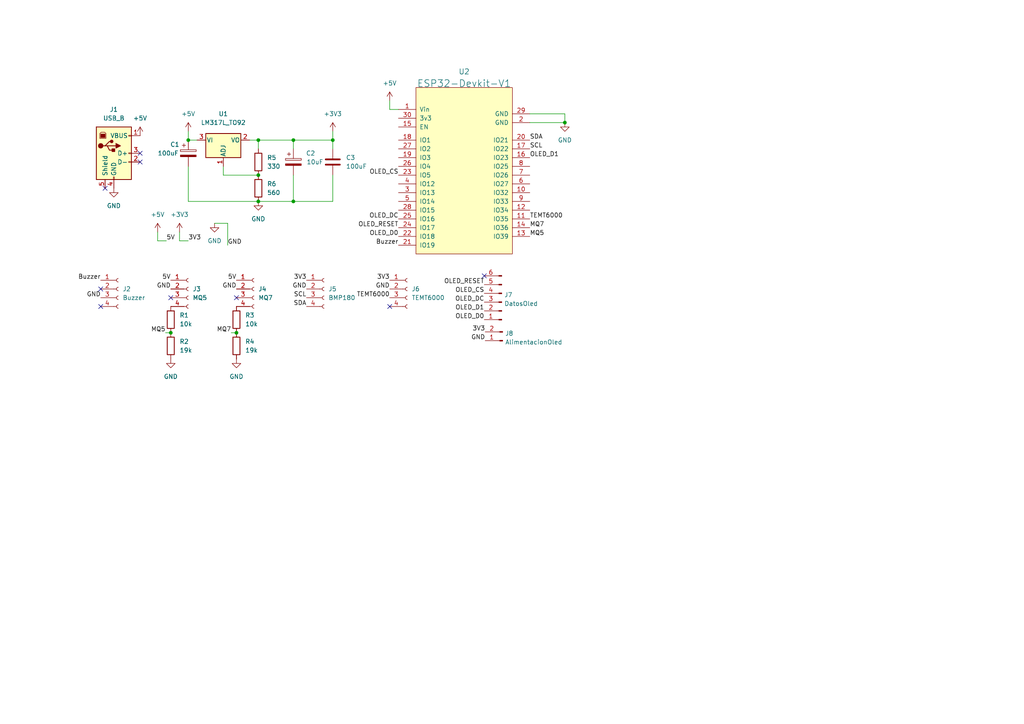
<source format=kicad_sch>
(kicad_sch (version 20211123) (generator eeschema)
  (paper "A4")
  (lib_symbols
    (symbol "Connector:Conn_01x02_Male" (pin_names (offset 1.016) hide)
      (property "Reference" "J" (at 0 2.54 0))
      (property "Value" "Conn_01x02_Male" (at 0 -5.08 0))
      (symbol "Conn_01x02_Male_1_1"
        (polyline (pts (xy 1.27 -2.54) (xy 0.8636 -2.54)) (stroke (width 0.1524)))
        (polyline (pts (xy 1.27 0) (xy 0.8636 0)) (stroke (width 0.1524)))
        (rectangle (start 0.8636 -2.413) (end 0 -2.667) (stroke (width 0.1524)) (fill (type outline)))
        (rectangle (start 0.8636 0.127) (end 0 -0.127) (stroke (width 0.1524)) (fill (type outline)))
        (pin passive line (at 5.08 0 180) (length 3.81) (name "Pin_1") (number "1"))
        (pin passive line (at 5.08 -2.54 180) (length 3.81) (name "Pin_2") (number "2"))
      )
    )
    (symbol "Connector:Conn_01x04_Female" (pin_names (offset 1.016) hide)
      (property "Reference" "J" (at 0 5.08 0))
      (property "Value" "Conn_01x04_Female" (at 0 -7.62 0))
      (symbol "Conn_01x04_Female_1_1"
        (arc (start 0 -4.572) (mid -0.508 -5.08) (end 0 -5.588) (stroke (width 0.1524)))
        (arc (start 0 -2.032) (mid -0.508 -2.54) (end 0 -3.048) (stroke (width 0.1524)))
        (polyline (pts (xy -1.27 -5.08) (xy -0.508 -5.08)) (stroke (width 0.1524)))
        (polyline (pts (xy -1.27 -2.54) (xy -0.508 -2.54)) (stroke (width 0.1524)))
        (polyline (pts (xy -1.27 0) (xy -0.508 0)) (stroke (width 0.1524)))
        (polyline (pts (xy -1.27 2.54) (xy -0.508 2.54)) (stroke (width 0.1524)))
        (arc (start 0 0.508) (mid -0.508 0) (end 0 -0.508) (stroke (width 0.1524)))
        (arc (start 0 3.048) (mid -0.508 2.54) (end 0 2.032) (stroke (width 0.1524)))
        (pin passive line (at -5.08 2.54 0) (length 3.81) (name "Pin_1") (number "1"))
        (pin passive line (at -5.08 0 0) (length 3.81) (name "Pin_2") (number "2"))
        (pin passive line (at -5.08 -2.54 0) (length 3.81) (name "Pin_3") (number "3"))
        (pin passive line (at -5.08 -5.08 0) (length 3.81) (name "Pin_4") (number "4"))
      )
    )
    (symbol "Connector:Conn_01x06_Male" (pin_names (offset 1.016) hide)
      (property "Reference" "J" (at 0 7.62 0))
      (property "Value" "Conn_01x06_Male" (at 0 -10.16 0))
      (symbol "Conn_01x06_Male_1_1"
        (polyline (pts (xy 1.27 -7.62) (xy 0.8636 -7.62)) (stroke (width 0.1524)))
        (polyline (pts (xy 1.27 -5.08) (xy 0.8636 -5.08)) (stroke (width 0.1524)))
        (polyline (pts (xy 1.27 -2.54) (xy 0.8636 -2.54)) (stroke (width 0.1524)))
        (polyline (pts (xy 1.27 0) (xy 0.8636 0)) (stroke (width 0.1524)))
        (polyline (pts (xy 1.27 2.54) (xy 0.8636 2.54)) (stroke (width 0.1524)))
        (polyline (pts (xy 1.27 5.08) (xy 0.8636 5.08)) (stroke (width 0.1524)))
        (rectangle (start 0.8636 -7.493) (end 0 -7.747) (stroke (width 0.1524)) (fill (type outline)))
        (rectangle (start 0.8636 -4.953) (end 0 -5.207) (stroke (width 0.1524)) (fill (type outline)))
        (rectangle (start 0.8636 -2.413) (end 0 -2.667) (stroke (width 0.1524)) (fill (type outline)))
        (rectangle (start 0.8636 0.127) (end 0 -0.127) (stroke (width 0.1524)) (fill (type outline)))
        (rectangle (start 0.8636 2.667) (end 0 2.413) (stroke (width 0.1524)) (fill (type outline)))
        (rectangle (start 0.8636 5.207) (end 0 4.953) (stroke (width 0.1524)) (fill (type outline)))
        (pin passive line (at 5.08 5.08 180) (length 3.81) (name "Pin_1") (number "1"))
        (pin passive line (at 5.08 2.54 180) (length 3.81) (name "Pin_2") (number "2"))
        (pin passive line (at 5.08 0 180) (length 3.81) (name "Pin_3") (number "3"))
        (pin passive line (at 5.08 -2.54 180) (length 3.81) (name "Pin_4") (number "4"))
        (pin passive line (at 5.08 -5.08 180) (length 3.81) (name "Pin_5") (number "5"))
        (pin passive line (at 5.08 -7.62 180) (length 3.81) (name "Pin_6") (number "6"))
      )
    )
    (symbol "Connector:USB_B" (pin_names (offset 1.016))
      (property "Reference" "J" (at -5.08 11.43 0))
      (property "Value" "USB_B" (at -5.08 8.89 0))
      (symbol "USB_B_0_1"
        (rectangle (start -5.08 -7.62) (end 5.08 7.62) (stroke (width 0.254)) (fill (type background)))
        (circle (center -3.81 2.159) (radius 0.635) (stroke (width 0.254)) (fill (type outline)))
        (rectangle (start -3.81 5.588) (end -2.54 4.572) (fill (type outline)))
        (circle (center -0.635 3.429) (radius 0.381) (stroke (width 0.254)) (fill (type outline)))
        (rectangle (start -0.127 -7.62) (end 0.127 -6.858))
        (polyline (pts (xy -1.905 2.159) (xy 0.635 2.159)) (stroke (width 0.254)))
        (polyline (pts (xy -3.175 2.159) (xy -2.54 2.159) (xy -1.27 3.429) (xy -0.635 3.429)) (stroke (width 0.254)))
        (polyline (pts (xy -2.54 2.159) (xy -1.905 2.159) (xy -1.27 0.889) (xy 0 0.889)) (stroke (width 0.254)))
        (polyline (pts (xy 0.635 2.794) (xy 0.635 1.524) (xy 1.905 2.159) (xy 0.635 2.794)) (stroke (width 0.254)) (fill (type outline)))
        (polyline (pts (xy -4.064 4.318) (xy -2.286 4.318) (xy -2.286 5.715) (xy -2.667 6.096) (xy -3.683 6.096) (xy -4.064 5.715) (xy -4.064 4.318)))
        (rectangle (start 0.254 1.27) (end -0.508 0.508) (stroke (width 0.254)) (fill (type outline)))
        (rectangle (start 5.08 -2.667) (end 4.318 -2.413))
        (rectangle (start 5.08 -0.127) (end 4.318 0.127))
        (rectangle (start 5.08 4.953) (end 4.318 5.207))
      )
      (symbol "USB_B_1_1"
        (pin power_out line (at 7.62 5.08 180) (length 2.54) (name "VBUS") (number "1"))
        (pin bidirectional line (at 7.62 -2.54 180) (length 2.54) (name "D-") (number "2"))
        (pin bidirectional line (at 7.62 0 180) (length 2.54) (name "D+") (number "3"))
        (pin power_out line (at 0 -10.16 90) (length 2.54) (name "GND") (number "4"))
        (pin passive line (at -2.54 -10.16 90) (length 2.54) (name "Shield") (number "5"))
      )
    )
    (symbol "Device:C" (pin_numbers hide) (pin_names (offset 0.254))
      (property "Reference" "C" (at 0.635 2.54 0))
      (property "Value" "C" (at 0.635 -2.54 0))
      (symbol "C_0_1"
        (polyline (pts (xy -2.032 -0.762) (xy 2.032 -0.762)) (stroke (width 0.508)))
        (polyline (pts (xy -2.032 0.762) (xy 2.032 0.762)) (stroke (width 0.508)))
      )
      (symbol "C_1_1"
        (pin passive line (at 0 3.81 270) (length 2.794) (name "~") (number "1"))
        (pin passive line (at 0 -3.81 90) (length 2.794) (name "~") (number "2"))
      )
    )
    (symbol "Device:C_Polarized" (pin_numbers hide) (pin_names (offset 0.254))
      (property "Reference" "C" (at 0.635 2.54 0))
      (property "Value" "C_Polarized" (at 0.635 -2.54 0))
      (symbol "C_Polarized_0_1"
        (rectangle (start -2.286 0.508) (end 2.286 1.016))
        (polyline (pts (xy -1.778 2.286) (xy -0.762 2.286)))
        (polyline (pts (xy -1.27 2.794) (xy -1.27 1.778)))
        (rectangle (start 2.286 -0.508) (end -2.286 -1.016) (fill (type outline)))
      )
      (symbol "C_Polarized_1_1"
        (pin passive line (at 0 3.81 270) (length 2.794) (name "~") (number "1"))
        (pin passive line (at 0 -3.81 90) (length 2.794) (name "~") (number "2"))
      )
    )
    (symbol "Device:R" (pin_numbers hide) (pin_names (offset 0))
      (property "Reference" "R" (at 2.032 0 90))
      (property "Value" "R" (at 0 0 90))
      (symbol "R_0_1"
        (rectangle (start -1.016 -2.54) (end 1.016 2.54) (stroke (width 0.254)))
      )
      (symbol "R_1_1"
        (pin passive line (at 0 3.81 270) (length 1.27) (name "~") (number "1"))
        (pin passive line (at 0 -3.81 90) (length 1.27) (name "~") (number "2"))
      )
    )
    (symbol "Regulator_Linear:LM317L_TO92" (pin_names (offset 0.254))
      (property "Reference" "U" (at -3.81 3.175 0))
      (property "Value" "LM317L_TO92" (at 0 3.175 0))
      (symbol "LM317L_TO92_0_1"
        (rectangle (start -5.08 1.905) (end 5.08 -5.08) (stroke (width 0.254)) (fill (type background)))
      )
      (symbol "LM317L_TO92_1_1"
        (pin input line (at 0 -7.62 90) (length 2.54) (name "ADJ") (number "1"))
        (pin power_out line (at 7.62 0 180) (length 2.54) (name "VO") (number "2"))
        (pin power_in line (at -7.62 0 0) (length 2.54) (name "VI") (number "3"))
      )
    )
    (symbol "esp32-devkit-v1:ESP32-Devkit-V1" (pin_names (offset 1.016))
      (property "Reference" "U" (at 13.97 -21.59 0))
      (property "Value" "ESP32-Devkit-V1" (at 13.97 -2.54 0))
      (symbol "ESP32-Devkit-V1_0_1"
        (rectangle (start 0 0) (end 27.94 -48.26) (fill (type background)))
      )
      (symbol "ESP32-Devkit-V1_1_1"
        (pin power_in line (at -5.08 -6.35 0) (length 5.08) (name "Vin") (number "1"))
        (pin bidirectional line (at 33.02 -30.48 180) (length 5.08) (name "IO32") (number "10"))
        (pin bidirectional line (at 33.02 -38.1 180) (length 5.08) (name "IO35") (number "11"))
        (pin bidirectional line (at 33.02 -35.56 180) (length 5.08) (name "IO34") (number "12"))
        (pin bidirectional line (at 33.02 -43.18 180) (length 5.08) (name "IO39") (number "13"))
        (pin bidirectional line (at 33.02 -40.64 180) (length 5.08) (name "IO36") (number "14"))
        (pin input line (at -5.08 -11.43 0) (length 5.08) (name "EN") (number "15"))
        (pin bidirectional line (at 33.02 -20.32 180) (length 5.08) (name "IO23") (number "16"))
        (pin bidirectional line (at 33.02 -17.78 180) (length 5.08) (name "IO22") (number "17"))
        (pin bidirectional line (at -5.08 -15.24 0) (length 5.08) (name "IO1") (number "18"))
        (pin bidirectional line (at -5.08 -20.32 0) (length 5.08) (name "IO3") (number "19"))
        (pin power_out line (at 33.02 -10.16 180) (length 5.08) (name "GND") (number "2"))
        (pin bidirectional line (at 33.02 -15.24 180) (length 5.08) (name "IO21") (number "20"))
        (pin bidirectional line (at -5.08 -45.72 0) (length 5.08) (name "IO19") (number "21"))
        (pin bidirectional line (at -5.08 -43.18 0) (length 5.08) (name "IO18") (number "22"))
        (pin bidirectional line (at -5.08 -25.4 0) (length 5.08) (name "IO5") (number "23"))
        (pin bidirectional line (at -5.08 -40.64 0) (length 5.08) (name "IO17") (number "24"))
        (pin bidirectional line (at -5.08 -38.1 0) (length 5.08) (name "IO16") (number "25"))
        (pin bidirectional line (at -5.08 -22.86 0) (length 5.08) (name "IO4") (number "26"))
        (pin bidirectional line (at -5.08 -17.78 0) (length 5.08) (name "IO2") (number "27"))
        (pin bidirectional line (at -5.08 -35.56 0) (length 5.08) (name "IO15") (number "28"))
        (pin power_out line (at 33.02 -7.62 180) (length 5.08) (name "GND") (number "29"))
        (pin bidirectional line (at -5.08 -30.48 0) (length 5.08) (name "IO13") (number "3"))
        (pin power_out line (at -5.08 -8.89 0) (length 5.08) (name "3v3") (number "30"))
        (pin bidirectional line (at -5.08 -27.94 0) (length 5.08) (name "IO12") (number "4"))
        (pin bidirectional line (at -5.08 -33.02 0) (length 5.08) (name "IO14") (number "5"))
        (pin bidirectional line (at 33.02 -27.94 180) (length 5.08) (name "IO27") (number "6"))
        (pin bidirectional line (at 33.02 -25.4 180) (length 5.08) (name "IO26") (number "7"))
        (pin bidirectional line (at 33.02 -22.86 180) (length 5.08) (name "IO25") (number "8"))
        (pin bidirectional line (at 33.02 -33.02 180) (length 5.08) (name "IO33") (number "9"))
      )
    )
    (symbol "power:+3.3V" (power) (pin_names (offset 0))
      (property "Value" "+3.3V" (at 0 3.556 0))
      (symbol "+3.3V_0_1"
        (polyline (pts (xy -0.762 1.27) (xy 0 2.54)))
        (polyline (pts (xy 0 0) (xy 0 2.54)))
        (polyline (pts (xy 0 2.54) (xy 0.762 1.27)))
      )
      (symbol "+3.3V_1_1"
        (pin power_in line (at 0 0 90) (length 0) hide (name "+3V3") (number "1"))
      )
    )
    (symbol "power:+5V" (power) (pin_names (offset 0))
      (property "Value" "+5V" (at 0 3.556 0))
      (symbol "+5V_0_1"
        (polyline (pts (xy -0.762 1.27) (xy 0 2.54)))
        (polyline (pts (xy 0 0) (xy 0 2.54)))
        (polyline (pts (xy 0 2.54) (xy 0.762 1.27)))
      )
      (symbol "+5V_1_1"
        (pin power_in line (at 0 0 90) (length 0) hide (name "+5V") (number "1"))
      )
    )
    (symbol "power:GND" (power) (pin_names (offset 0))
      (property "Value" "GND" (at 0 -3.81 0))
      (symbol "GND_0_1"
        (polyline (pts (xy 0 0) (xy 0 -1.27) (xy 1.27 -1.27) (xy 0 -2.54) (xy -1.27 -1.27) (xy 0 -1.27)))
      )
      (symbol "GND_1_1"
        (pin power_in line (at 0 0 270) (length 0) hide (name "GND") (number "1"))
      )
    )
  )
  (junction (at 163.83 35.56))
  (junction (at 49.53 96.52))
  (junction (at 54.61 40.64))
  (junction (at 85.09 40.64))
  (junction (at 85.09 58.42))
  (junction (at 74.93 58.42))
  (junction (at 74.93 50.8))
  (junction (at 96.52 40.64))
  (junction (at 74.93 40.64))
  (junction (at 68.58 96.52))
  (no_connect (at 140.462 80.01))
  (no_connect (at 49.53 86.36))
  (no_connect (at 68.58 86.36))
  (no_connect (at 40.64 46.99))
  (no_connect (at 40.64 44.45))
  (no_connect (at 29.21 88.9))
  (no_connect (at 29.21 83.82))
  (no_connect (at 113.03 88.9))
  (no_connect (at 30.48 54.61))
  (wire (pts (xy 96.52 43.18) (xy 96.52 40.64)))
  (wire (pts (xy 96.52 40.64) (xy 85.09 40.64)))
  (wire (pts (xy 67.056 96.52) (xy 68.58 96.52)))
  (wire (pts (xy 62.23 64.77) (xy 66.04 64.77)))
  (wire (pts (xy 54.61 40.64) (xy 54.61 38.1)))
  (wire (pts (xy 52.07 67.31) (xy 52.07 69.85)))
  (wire (pts (xy 153.67 35.56) (xy 163.83 35.56)))
  (wire (pts (xy 54.61 48.26) (xy 54.61 58.42)))
  (wire (pts (xy 54.61 58.42) (xy 74.93 58.42)))
  (wire (pts (xy 52.07 69.85) (xy 54.61 69.85)))
  (wire (pts (xy 48.006 96.52) (xy 49.53 96.52)))
  (wire (pts (xy 45.72 69.85) (xy 48.26 69.85)))
  (wire (pts (xy 96.52 58.42) (xy 85.09 58.42)))
  (wire (pts (xy 57.15 40.64) (xy 54.61 40.64)))
  (wire (pts (xy 45.72 67.31) (xy 45.72 69.85)))
  (wire (pts (xy 96.52 38.1) (xy 96.52 40.64)))
  (wire (pts (xy 113.03 29.21) (xy 113.03 31.75)))
  (wire (pts (xy 66.04 64.77) (xy 66.04 71.12)))
  (wire (pts (xy 74.93 40.64) (xy 74.93 43.18)))
  (wire (pts (xy 96.52 50.8) (xy 96.52 58.42)))
  (wire (pts (xy 64.77 48.26) (xy 64.77 50.8)))
  (wire (pts (xy 85.09 40.64) (xy 74.93 40.64)))
  (wire (pts (xy 72.39 40.64) (xy 74.93 40.64)))
  (wire (pts (xy 163.83 33.02) (xy 163.83 35.56)))
  (wire (pts (xy 64.77 50.8) (xy 74.93 50.8)))
  (wire (pts (xy 85.09 58.42) (xy 85.09 50.8)))
  (wire (pts (xy 85.09 43.18) (xy 85.09 40.64)))
  (wire (pts (xy 74.93 58.42) (xy 85.09 58.42)))
  (wire (pts (xy 153.67 33.02) (xy 163.83 33.02)))
  (wire (pts (xy 115.57 31.75) (xy 113.03 31.75)))
  (label "OLED_RESET" (at 140.462 82.55 180))
  (label "OLED_D0" (at 140.462 92.71 180))
  (label "5V" (at 68.58 81.28 180))
  (label "OLED_D1" (at 153.67 45.72 0))
  (label "5V" (at 48.26 69.85 0))
  (label "GND" (at 68.58 83.82 180))
  (label "OLED_DC" (at 140.462 87.63 180))
  (label "3V3" (at 140.716 96.266 180))
  (label "OLED_RESET" (at 115.57 66.04 180))
  (label "MQ7" (at 67.056 96.52 180))
  (label "GND" (at 66.04 71.12 0))
  (label "OLED_CS" (at 140.462 85.09 180))
  (label "SDA" (at 88.9 88.9 180))
  (label "5V" (at 49.53 81.28 180))
  (label "GND" (at 29.21 86.36 180))
  (label "Buzzer" (at 29.21 81.28 180))
  (label "3V3" (at 88.9 81.28 180))
  (label "OLED_D1" (at 140.462 90.17 180))
  (label "GND" (at 49.53 83.82 180))
  (label "Buzzer" (at 115.57 71.12 180))
  (label "3V3" (at 113.03 81.28 180))
  (label "GND" (at 113.03 83.82 180))
  (label "OLED_DC" (at 115.57 63.5 180))
  (label "MQ7" (at 153.67 66.04 0))
  (label "MQ5" (at 153.67 68.58 0))
  (label "OLED_CS" (at 115.57 50.8 180))
  (label "TEMT6000" (at 153.67 63.5 0))
  (label "OLED_D0" (at 115.57 68.58 180))
  (label "SCL" (at 153.67 43.18 0))
  (label "TEMT6000" (at 113.03 86.36 180))
  (label "SCL" (at 88.9 86.36 180))
  (label "MQ5" (at 48.006 96.52 180))
  (label "3V3" (at 54.61 69.85 0))
  (label "GND" (at 88.9 83.82 180))
  (label "GND" (at 140.716 98.806 180))
  (label "SDA" (at 153.67 40.64 0))
  (symbol (lib_id "power:GND") (at 68.58 104.14 0) (unit 1)
    (property "Reference" "#PWR08" (effects hide))
    (property "Value" "GND" (at 68.58 109.22 0))
  )
  (symbol (lib_id "power:GND") (at 33.02 54.61 0) (unit 1)
    (property "Reference" "#PWR01" (effects hide))
    (property "Value" "GND" (at 33.02 59.69 0))
  )
  (symbol (lib_id "Device:R") (at 68.58 92.71 0) (unit 1)
    (property "Reference" "R3" (at 71.12 91.4399 0) (effects (justify left)))
    (property "Value" "10k" (at 71.12 93.9799 0) (effects (justify left)))
    (property "Footprint" "Resistor_THT:R_Axial_DIN0309_L9.0mm_D3.2mm_P15.24mm_Horizontal" (effects hide))
  )
  (symbol (lib_id "Connector:Conn_01x02_Male") (at 145.796 98.806 180) (unit 1)
    (property "Reference" "J8" (at 146.5072 96.7013 0) (effects (justify right)))
    (property "Value" "AlimentacionOled" (at 146.5072 99.2382 0) (effects (justify right)))
    (property "Footprint" "Connector_PinHeader_2.54mm:PinHeader_1x02_P2.54mm_Vertical" (effects hide))
  )
  (symbol (lib_id "power:+5V") (at 40.64 39.37 0) (unit 1)
    (property "Reference" "#PWR02" (effects hide))
    (property "Value" "+5V" (at 40.64 34.29 0))
  )
  (symbol (lib_id "Device:R") (at 74.93 46.99 0) (unit 1)
    (property "Reference" "R5" (at 77.47 45.7199 0) (effects (justify left)))
    (property "Value" "330" (at 77.47 48.2599 0) (effects (justify left)))
    (property "Footprint" "Resistor_THT:R_Axial_DIN0309_L9.0mm_D3.2mm_P15.24mm_Horizontal" (effects hide))
  )
  (symbol (lib_id "Connector:Conn_01x04_Female") (at 118.11 83.82 0) (unit 1)
    (property "Reference" "J6" (at 119.38 83.8199 0) (effects (justify left)))
    (property "Value" "TEMT6000" (at 119.38 86.3599 0) (effects (justify left)))
    (property "Footprint" "Connector_PinHeader_2.54mm:PinHeader_1x04_P2.54mm_Vertical" (effects hide))
  )
  (symbol (lib_id "power:+5V") (at 54.61 38.1 0) (unit 1)
    (property "Reference" "#PWR06" (effects hide))
    (property "Value" "+5V" (at 54.61 33.02 0))
  )
  (symbol (lib_id "Device:C_Polarized") (at 54.61 44.45 0) (unit 1)
    (property "Reference" "C1" (at 52.07 41.91 0) (effects (justify right)))
    (property "Value" "100uF" (at 45.72 44.45 0) (effects (justify left)))
    (property "Footprint" "Capacitor_THT:CP_Radial_D10.0mm_P5.00mm" (effects hide))
  )
  (symbol (lib_id "power:GND") (at 74.93 58.42 0) (unit 1)
    (property "Reference" "#PWR09" (effects hide))
    (property "Value" "GND" (at 74.93 63.5 0))
  )
  (symbol (lib_id "Device:R") (at 68.58 100.33 0) (unit 1)
    (property "Reference" "R4" (at 71.12 99.0599 0) (effects (justify left)))
    (property "Value" "19k" (at 71.12 101.5999 0) (effects (justify left)))
    (property "Footprint" "Resistor_THT:R_Axial_DIN0309_L9.0mm_D3.2mm_P15.24mm_Horizontal" (effects hide))
  )
  (symbol (lib_id "esp32-devkit-v1:ESP32-Devkit-V1") (at 120.65 25.4 0) (unit 1)
    (property "Reference" "U2" (at 134.62 20.7781 0) (effects (font (size 1.524 1.524))))
    (property "Value" "ESP32-Devkit-V1" (at 134.62 24.2052 0) (effects (font (size 2.0066 2.0066))))
    (property "Footprint" "DOIT_ESP32:DOIT ESP32 Devkit" (effects hide))
  )
  (symbol (lib_id "Regulator_Linear:LM317L_TO92") (at 64.77 40.64 0) (unit 1)
    (property "Reference" "U1" (at 64.77 33.02 0))
    (property "Value" "LM317L_TO92" (at 64.77 35.56 0))
    (property "Footprint" "Package_TO_SOT_THT:TO-92_Inline" (effects hide))
    (property "Datasheet" "http://www.ti.com/lit/ds/snvs775k/snvs775k.pdf" (effects hide))
  )
  (symbol (lib_id "Device:R") (at 49.53 92.71 0) (unit 1)
    (property "Reference" "R1" (at 52.07 91.4399 0) (effects (justify left)))
    (property "Value" "10k" (at 52.07 93.9799 0) (effects (justify left)))
    (property "Footprint" "Resistor_THT:R_Axial_DIN0309_L9.0mm_D3.2mm_P15.24mm_Horizontal" (effects hide))
  )
  (symbol (lib_id "power:+5V") (at 45.72 67.31 0) (unit 1)
    (property "Reference" "#PWR03" (effects hide))
    (property "Value" "+5V" (at 45.72 62.23 0))
  )
  (symbol (lib_id "Device:C_Polarized") (at 85.09 46.99 0) (unit 1)
    (property "Reference" "C2" (at 91.44 44.45 0) (effects (justify right)))
    (property "Value" "10uF" (at 88.9 46.99 0) (effects (justify left)))
    (property "Footprint" "Capacitor_THT:CP_Radial_D10.0mm_P5.00mm" (effects hide))
  )
  (symbol (lib_id "Device:R") (at 49.53 100.33 0) (unit 1)
    (property "Reference" "R2" (at 52.07 99.0599 0) (effects (justify left)))
    (property "Value" "19k" (at 52.07 101.5999 0) (effects (justify left)))
    (property "Footprint" "Resistor_THT:R_Axial_DIN0309_L9.0mm_D3.2mm_P15.24mm_Horizontal" (effects hide))
  )
  (symbol (lib_id "Connector:Conn_01x04_Female") (at 93.98 83.82 0) (unit 1)
    (property "Reference" "J5" (at 95.25 83.8199 0) (effects (justify left)))
    (property "Value" "BMP180" (at 95.25 86.3599 0) (effects (justify left)))
    (property "Footprint" "Connector_PinHeader_2.54mm:PinHeader_1x04_P2.54mm_Vertical" (effects hide))
  )
  (symbol (lib_id "power:GND") (at 49.53 104.14 0) (unit 1)
    (property "Reference" "#PWR04" (effects hide))
    (property "Value" "GND" (at 49.53 109.22 0))
  )
  (symbol (lib_id "power:+3.3V") (at 96.52 38.1 0) (unit 1)
    (property "Reference" "#PWR010" (effects hide))
    (property "Value" "+3.3V" (at 96.52 33.02 0))
  )
  (symbol (lib_id "Connector:USB_B") (at 33.02 44.45 0) (unit 1)
    (property "Reference" "J1" (at 33.02 31.75 0))
    (property "Value" "USB_B" (at 33.02 34.29 0))
    (property "Footprint" "Connector_USB:USB_B_OST_USB-B1HSxx_Horizontal" (effects hide))
    (property "Datasheet" " ~" (effects hide))
  )
  (symbol (lib_id "Device:C") (at 96.52 46.99 0) (unit 1)
    (property "Reference" "C3" (at 100.33 45.7199 0) (effects (justify left)))
    (property "Value" "100uF" (at 100.33 48.2599 0) (effects (justify left)))
    (property "Footprint" "Capacitor_THT:CP_Radial_D10.0mm_P5.00mm" (effects hide))
  )
  (symbol (lib_id "power:GND") (at 62.23 64.77 0) (unit 1)
    (property "Reference" "#PWR07" (effects hide))
    (property "Value" "GND" (at 62.23 69.85 0))
  )
  (symbol (lib_id "power:+3.3V") (at 52.07 67.31 0) (unit 1)
    (property "Reference" "#PWR05" (effects hide))
    (property "Value" "+3.3V" (at 52.07 62.23 0))
  )
  (symbol (lib_id "power:+5V") (at 113.03 29.21 0) (unit 1)
    (property "Reference" "#PWR011" (effects hide))
    (property "Value" "+5V" (at 113.03 24.13 0))
  )
  (symbol (lib_id "Device:R") (at 74.93 54.61 0) (unit 1)
    (property "Reference" "R6" (at 77.47 53.3399 0) (effects (justify left)))
    (property "Value" "560" (at 77.47 55.8799 0) (effects (justify left)))
    (property "Footprint" "Resistor_THT:R_Axial_DIN0309_L9.0mm_D3.2mm_P15.24mm_Horizontal" (effects hide))
  )
  (symbol (lib_id "Connector:Conn_01x06_Male") (at 145.542 87.63 180) (unit 1)
    (property "Reference" "J7" (at 146.2532 85.5253 0) (effects (justify right)))
    (property "Value" "DatosOled" (at 146.2532 88.0622 0) (effects (justify right)))
    (property "Footprint" "Connector_PinHeader_2.54mm:PinHeader_1x06_P2.54mm_Vertical" (effects hide))
  )
  (symbol (lib_id "power:GND") (at 163.83 35.56 0) (unit 1)
    (property "Reference" "#PWR012" (effects hide))
    (property "Value" "GND" (at 163.83 40.64 0))
  )
  (symbol (lib_id "Connector:Conn_01x04_Female") (at 34.29 83.82 0) (unit 1)
    (property "Reference" "J2" (at 35.56 83.8199 0) (effects (justify left)))
    (property "Value" "Buzzer" (at 35.56 86.3599 0) (effects (justify left)))
    (property "Footprint" "Connector_PinHeader_2.54mm:PinHeader_1x04_P2.54mm_Vertical" (effects hide))
  )
  (symbol (lib_id "Connector:Conn_01x04_Female") (at 73.66 83.82 0) (unit 1)
    (property "Reference" "J4" (at 74.93 83.8199 0) (effects (justify left)))
    (property "Value" "MQ7" (at 74.93 86.3599 0) (effects (justify left)))
    (property "Footprint" "Connector_PinHeader_2.54mm:PinHeader_1x04_P2.54mm_Vertical" (effects hide))
  )
  (symbol (lib_id "Connector:Conn_01x04_Female") (at 54.61 83.82 0) (unit 1)
    (property "Reference" "J3" (at 55.88 83.8199 0) (effects (justify left)))
    (property "Value" "MQ5" (at 55.88 86.3599 0) (effects (justify left)))
    (property "Footprint" "Connector_PinHeader_2.54mm:PinHeader_1x04_P2.54mm_Vertical" (effects hide))
  )
)
</source>
